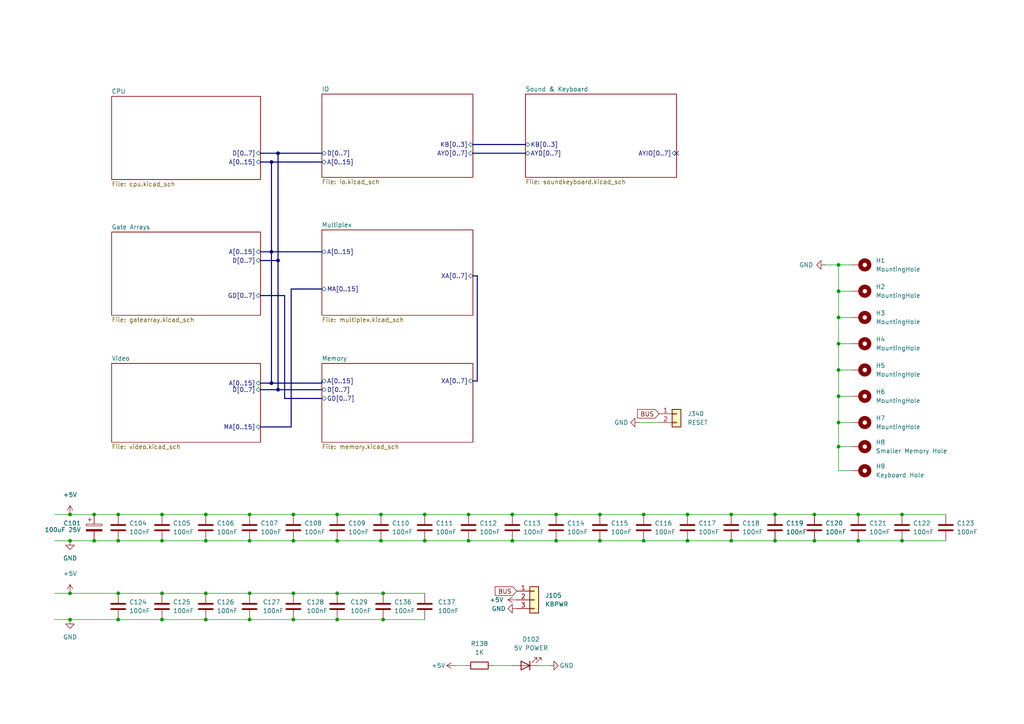
<source format=kicad_sch>
(kicad_sch (version 20230121) (generator eeschema)
  (paper "A4")
  (lib_symbols
    (symbol "Connector_Generic:Conn_01x02" (pin_names (offset 1.016) hide)
      (property "Reference" "J" (at 0 2.54 0))
      (property "Value" "Conn_01x02" (at 0 -5.08 0))
      (symbol "Conn_01x02_1_1"
        (rectangle (start -1.27 -2.413) (end 0 -2.667) (stroke (width 0.1524)))
        (rectangle (start -1.27 0.127) (end 0 -0.127) (stroke (width 0.1524)))
        (rectangle (start -1.27 1.27) (end 1.27 -3.81) (stroke (width 0.254)) (fill (type background)))
        (pin passive line (at -5.08 0 0) (length 3.81) (name "Pin_1") (number "1"))
        (pin passive line (at -5.08 -2.54 0) (length 3.81) (name "Pin_2") (number "2"))
      )
    )
    (symbol "Connector_Generic:Conn_01x03" (pin_names (offset 1.016) hide)
      (property "Reference" "J" (at 0 5.08 0))
      (property "Value" "Conn_01x03" (at 0 -5.08 0))
      (symbol "Conn_01x03_1_1"
        (rectangle (start -1.27 -2.413) (end 0 -2.667) (stroke (width 0.1524)))
        (rectangle (start -1.27 0.127) (end 0 -0.127) (stroke (width 0.1524)))
        (rectangle (start -1.27 2.667) (end 0 2.413) (stroke (width 0.1524)))
        (rectangle (start -1.27 3.81) (end 1.27 -3.81) (stroke (width 0.254)) (fill (type background)))
        (pin passive line (at -5.08 2.54 0) (length 3.81) (name "Pin_1") (number "1"))
        (pin passive line (at -5.08 0 0) (length 3.81) (name "Pin_2") (number "2"))
        (pin passive line (at -5.08 -2.54 0) (length 3.81) (name "Pin_3") (number "3"))
      )
    )
    (symbol "Device:C" (pin_numbers hide) (pin_names (offset 0.254))
      (property "Reference" "C" (at 0.635 2.54 0))
      (property "Value" "C" (at 0.635 -2.54 0))
      (symbol "C_0_1"
        (polyline (pts (xy -2.032 -0.762) (xy 2.032 -0.762)) (stroke (width 0.508)))
        (polyline (pts (xy -2.032 0.762) (xy 2.032 0.762)) (stroke (width 0.508)))
      )
      (symbol "C_1_1"
        (pin passive line (at 0 3.81 270) (length 2.794) (name "~") (number "1"))
        (pin passive line (at 0 -3.81 90) (length 2.794) (name "~") (number "2"))
      )
    )
    (symbol "Device:C_Polarized" (pin_numbers hide) (pin_names (offset 0.254))
      (property "Reference" "C" (at 0.635 2.54 0))
      (property "Value" "C_Polarized" (at 0.635 -2.54 0))
      (symbol "C_Polarized_0_1"
        (rectangle (start -2.286 0.508) (end 2.286 1.016))
        (polyline (pts (xy -1.778 2.286) (xy -0.762 2.286)))
        (polyline (pts (xy -1.27 2.794) (xy -1.27 1.778)))
        (rectangle (start 2.286 -0.508) (end -2.286 -1.016) (fill (type outline)))
      )
      (symbol "C_Polarized_1_1"
        (pin passive line (at 0 3.81 270) (length 2.794) (name "~") (number "1"))
        (pin passive line (at 0 -3.81 90) (length 2.794) (name "~") (number "2"))
      )
    )
    (symbol "Device:LED" (pin_numbers hide) (pin_names (offset 1.016) hide)
      (property "Reference" "D" (at 0 2.54 0))
      (property "Value" "LED" (at 0 -2.54 0))
      (symbol "LED_0_1"
        (polyline (pts (xy -1.27 -1.27) (xy -1.27 1.27)) (stroke (width 0.254)))
        (polyline (pts (xy -1.27 0) (xy 1.27 0)))
        (polyline (pts (xy 1.27 -1.27) (xy 1.27 1.27) (xy -1.27 0) (xy 1.27 -1.27)) (stroke (width 0.254)))
        (polyline (pts (xy -3.048 -0.762) (xy -4.572 -2.286) (xy -3.81 -2.286) (xy -4.572 -2.286) (xy -4.572 -1.524)))
        (polyline (pts (xy -1.778 -0.762) (xy -3.302 -2.286) (xy -2.54 -2.286) (xy -3.302 -2.286) (xy -3.302 -1.524)))
      )
      (symbol "LED_1_1"
        (pin passive line (at -3.81 0 0) (length 2.54) (name "K") (number "1"))
        (pin passive line (at 3.81 0 180) (length 2.54) (name "A") (number "2"))
      )
    )
    (symbol "Device:R" (pin_numbers hide) (pin_names (offset 0))
      (property "Reference" "R" (at 2.032 0 90))
      (property "Value" "R" (at 0 0 90))
      (symbol "R_0_1"
        (rectangle (start -1.016 -2.54) (end 1.016 2.54) (stroke (width 0.254)))
      )
      (symbol "R_1_1"
        (pin passive line (at 0 3.81 270) (length 1.27) (name "~") (number "1"))
        (pin passive line (at 0 -3.81 90) (length 1.27) (name "~") (number "2"))
      )
    )
    (symbol "Mechanical:MountingHole_Pad" (pin_numbers hide) (pin_names (offset 1.016) hide)
      (property "Reference" "H" (at 0 6.35 0))
      (property "Value" "MountingHole_Pad" (at 0 4.445 0))
      (symbol "MountingHole_Pad_0_1"
        (circle (center 0 1.27) (radius 1.27) (stroke (width 1.27)))
      )
      (symbol "MountingHole_Pad_1_1"
        (pin input line (at 0 -2.54 90) (length 2.54) (name "1") (number "1"))
      )
    )
    (symbol "power:+5V" (power) (pin_names (offset 0))
      (property "Value" "+5V" (at 0 3.556 0))
      (symbol "+5V_0_1"
        (polyline (pts (xy -0.762 1.27) (xy 0 2.54)))
        (polyline (pts (xy 0 0) (xy 0 2.54)))
        (polyline (pts (xy 0 2.54) (xy 0.762 1.27)))
      )
      (symbol "+5V_1_1"
        (pin power_in line (at 0 0 90) (length 0) hide (name "+5V") (number "1"))
      )
    )
    (symbol "power:GND" (power) (pin_names (offset 0))
      (property "Value" "GND" (at 0 -3.81 0))
      (symbol "GND_0_1"
        (polyline (pts (xy 0 0) (xy 0 -1.27) (xy 1.27 -1.27) (xy 0 -2.54) (xy -1.27 -1.27) (xy 0 -1.27)))
      )
      (symbol "GND_1_1"
        (pin power_in line (at 0 0 270) (length 0) hide (name "GND") (number "1"))
      )
    )
  )
  (junction (at 243.205 114.935))
  (junction (at 236.22 149.225))
  (junction (at 135.89 149.225))
  (junction (at 212.09 156.845))
  (junction (at 34.29 149.225))
  (junction (at 72.39 156.845))
  (junction (at 236.22 156.845))
  (junction (at 243.205 122.555))
  (junction (at 186.69 156.845))
  (junction (at 224.79 156.845))
  (junction (at 20.32 156.845))
  (junction (at 27.305 156.845))
  (junction (at 199.39 156.845))
  (junction (at 46.99 179.705))
  (junction (at 97.79 172.085))
  (junction (at 85.09 149.225))
  (junction (at 20.32 179.705))
  (junction (at 123.19 156.845))
  (junction (at 111.125 172.085))
  (junction (at 173.99 156.845))
  (junction (at 243.205 107.315))
  (junction (at 224.79 149.225))
  (junction (at 34.29 179.705))
  (junction (at 261.62 156.845))
  (junction (at 110.49 149.225))
  (junction (at 135.89 156.845))
  (junction (at 80.645 113.03))
  (junction (at 85.09 156.845))
  (junction (at 46.99 172.085))
  (junction (at 72.39 149.225))
  (junction (at 243.205 76.835))
  (junction (at 85.09 179.705))
  (junction (at 248.92 149.225))
  (junction (at 243.205 99.695))
  (junction (at 161.29 149.225))
  (junction (at 34.29 156.845))
  (junction (at 80.645 75.565))
  (junction (at 148.59 149.225))
  (junction (at 161.29 156.845))
  (junction (at 212.09 149.225))
  (junction (at 72.39 172.085))
  (junction (at 27.305 149.225))
  (junction (at 34.29 172.085))
  (junction (at 97.79 179.705))
  (junction (at 59.69 149.225))
  (junction (at 46.99 156.845))
  (junction (at 243.205 84.455))
  (junction (at 72.39 179.705))
  (junction (at 110.49 156.845))
  (junction (at 20.32 172.085))
  (junction (at 59.69 156.845))
  (junction (at 97.79 149.225))
  (junction (at 261.62 149.225))
  (junction (at 173.99 149.225))
  (junction (at 20.32 149.225))
  (junction (at 199.39 149.225))
  (junction (at 186.69 149.225))
  (junction (at 46.99 149.225))
  (junction (at 59.69 179.705))
  (junction (at 123.19 149.225))
  (junction (at 78.74 111.125))
  (junction (at 243.205 129.54))
  (junction (at 78.74 46.99))
  (junction (at 97.79 156.845))
  (junction (at 85.09 172.085))
  (junction (at 148.59 156.845))
  (junction (at 111.125 179.705))
  (junction (at 80.645 44.45))
  (junction (at 59.69 172.085))
  (junction (at 243.205 92.075))
  (junction (at 78.74 73.025))
  (junction (at 248.92 156.845))
  (no_connect (at 196.215 44.45))
  (bus (pts (xy 80.645 113.03) (xy 93.345 113.03)))
  (wire (pts (xy 123.19 156.845) (xy 135.89 156.845)))
  (bus (pts (xy 137.16 41.91) (xy 152.4 41.91)))
  (bus (pts (xy 75.565 73.025) (xy 78.74 73.025)))
  (wire (pts (xy 34.29 156.845) (xy 46.99 156.845)))
  (wire (pts (xy 72.39 156.845) (xy 85.09 156.845)))
  (wire (pts (xy 59.69 179.705) (xy 72.39 179.705)))
  (wire (pts (xy 142.875 193.04) (xy 148.59 193.04)))
  (bus (pts (xy 137.16 80.01) (xy 138.43 80.01)))
  (bus (pts (xy 78.74 73.025) (xy 93.345 73.025)))
  (wire (pts (xy 239.395 76.835) (xy 243.205 76.835)))
  (wire (pts (xy 243.205 92.075) (xy 247.015 92.075)))
  (bus (pts (xy 75.565 75.565) (xy 80.645 75.565)))
  (wire (pts (xy 34.29 149.225) (xy 46.99 149.225)))
  (wire (pts (xy 111.125 172.085) (xy 123.19 172.085)))
  (wire (pts (xy 243.205 129.54) (xy 243.205 122.555)))
  (wire (pts (xy 243.205 92.075) (xy 243.205 99.695)))
  (bus (pts (xy 78.74 111.125) (xy 93.345 111.125)))
  (wire (pts (xy 135.89 156.845) (xy 148.59 156.845)))
  (bus (pts (xy 75.565 123.825) (xy 84.455 123.825)))
  (wire (pts (xy 186.69 156.845) (xy 199.39 156.845)))
  (bus (pts (xy 138.43 110.49) (xy 137.16 110.49)))
  (wire (pts (xy 243.205 107.315) (xy 243.205 114.935)))
  (bus (pts (xy 84.455 83.82) (xy 84.455 123.825)))
  (wire (pts (xy 156.21 193.04) (xy 159.385 193.04)))
  (wire (pts (xy 15.875 179.705) (xy 20.32 179.705)))
  (bus (pts (xy 93.345 115.57) (xy 82.55 115.57)))
  (wire (pts (xy 243.205 76.835) (xy 247.015 76.835)))
  (wire (pts (xy 243.205 99.695) (xy 243.205 107.315)))
  (wire (pts (xy 15.875 172.085) (xy 20.32 172.085)))
  (wire (pts (xy 85.09 156.845) (xy 97.79 156.845)))
  (wire (pts (xy 110.49 149.225) (xy 123.19 149.225)))
  (wire (pts (xy 20.32 149.225) (xy 27.305 149.225)))
  (wire (pts (xy 236.22 156.845) (xy 248.92 156.845)))
  (wire (pts (xy 46.99 179.705) (xy 59.69 179.705)))
  (wire (pts (xy 97.79 179.705) (xy 111.125 179.705)))
  (wire (pts (xy 34.29 179.705) (xy 46.99 179.705)))
  (wire (pts (xy 15.875 156.845) (xy 20.32 156.845)))
  (wire (pts (xy 135.89 149.225) (xy 148.59 149.225)))
  (bus (pts (xy 78.74 46.99) (xy 78.74 73.025)))
  (wire (pts (xy 20.32 156.845) (xy 27.305 156.845)))
  (wire (pts (xy 161.29 149.225) (xy 173.99 149.225)))
  (bus (pts (xy 138.43 80.01) (xy 138.43 110.49)))
  (wire (pts (xy 261.62 149.225) (xy 274.32 149.225)))
  (wire (pts (xy 236.22 149.225) (xy 248.92 149.225)))
  (bus (pts (xy 80.645 75.565) (xy 80.645 113.03)))
  (wire (pts (xy 27.305 156.845) (xy 34.29 156.845)))
  (wire (pts (xy 46.99 149.225) (xy 59.69 149.225)))
  (wire (pts (xy 85.09 149.225) (xy 97.79 149.225)))
  (wire (pts (xy 135.255 193.04) (xy 132.08 193.04)))
  (wire (pts (xy 243.205 114.935) (xy 247.015 114.935)))
  (bus (pts (xy 75.565 113.03) (xy 80.645 113.03)))
  (wire (pts (xy 261.62 156.845) (xy 274.32 156.845)))
  (wire (pts (xy 199.39 149.225) (xy 212.09 149.225)))
  (wire (pts (xy 97.79 149.225) (xy 110.49 149.225)))
  (bus (pts (xy 82.55 115.57) (xy 82.55 85.725)))
  (wire (pts (xy 111.125 179.705) (xy 123.19 179.705)))
  (wire (pts (xy 186.69 149.225) (xy 199.39 149.225)))
  (wire (pts (xy 173.99 156.845) (xy 186.69 156.845)))
  (bus (pts (xy 78.74 111.125) (xy 75.565 111.125)))
  (wire (pts (xy 173.99 149.225) (xy 186.69 149.225)))
  (wire (pts (xy 248.92 149.225) (xy 261.62 149.225)))
  (bus (pts (xy 80.645 75.565) (xy 80.645 44.45)))
  (wire (pts (xy 97.79 172.085) (xy 111.125 172.085)))
  (wire (pts (xy 27.305 149.225) (xy 34.29 149.225)))
  (wire (pts (xy 212.09 149.225) (xy 224.79 149.225)))
  (wire (pts (xy 85.09 172.085) (xy 97.79 172.085)))
  (bus (pts (xy 93.345 111.125) (xy 93.345 110.49)))
  (wire (pts (xy 123.19 149.225) (xy 135.89 149.225)))
  (bus (pts (xy 93.345 83.82) (xy 84.455 83.82)))
  (wire (pts (xy 46.99 172.085) (xy 59.69 172.085)))
  (wire (pts (xy 243.205 136.525) (xy 243.205 129.54)))
  (wire (pts (xy 20.32 179.705) (xy 34.29 179.705)))
  (wire (pts (xy 243.205 84.455) (xy 247.015 84.455)))
  (wire (pts (xy 148.59 156.845) (xy 161.29 156.845)))
  (bus (pts (xy 80.645 44.45) (xy 93.345 44.45)))
  (wire (pts (xy 72.39 179.705) (xy 85.09 179.705)))
  (bus (pts (xy 78.74 73.025) (xy 78.74 111.125)))
  (wire (pts (xy 248.92 156.845) (xy 261.62 156.845)))
  (wire (pts (xy 199.39 156.845) (xy 212.09 156.845)))
  (wire (pts (xy 72.39 149.225) (xy 85.09 149.225)))
  (wire (pts (xy 212.09 156.845) (xy 224.79 156.845)))
  (bus (pts (xy 137.16 44.45) (xy 152.4 44.45)))
  (wire (pts (xy 110.49 156.845) (xy 123.19 156.845)))
  (wire (pts (xy 161.29 156.845) (xy 173.99 156.845)))
  (wire (pts (xy 243.205 122.555) (xy 247.015 122.555)))
  (wire (pts (xy 97.79 156.845) (xy 110.49 156.845)))
  (wire (pts (xy 85.09 179.705) (xy 97.79 179.705)))
  (wire (pts (xy 243.205 107.315) (xy 247.015 107.315)))
  (wire (pts (xy 224.79 156.845) (xy 236.22 156.845)))
  (wire (pts (xy 20.32 172.085) (xy 34.29 172.085)))
  (wire (pts (xy 148.59 149.225) (xy 161.29 149.225)))
  (wire (pts (xy 243.205 114.935) (xy 243.205 122.555)))
  (wire (pts (xy 247.015 136.525) (xy 243.205 136.525)))
  (bus (pts (xy 75.565 85.725) (xy 82.55 85.725)))
  (wire (pts (xy 15.875 149.225) (xy 20.32 149.225)))
  (wire (pts (xy 185.42 122.555) (xy 191.135 122.555)))
  (wire (pts (xy 243.205 76.835) (xy 243.205 84.455)))
  (bus (pts (xy 75.565 44.45) (xy 80.645 44.45)))
  (wire (pts (xy 34.29 172.085) (xy 46.99 172.085)))
  (bus (pts (xy 75.565 46.99) (xy 78.74 46.99)))
  (wire (pts (xy 59.69 172.085) (xy 72.39 172.085)))
  (bus (pts (xy 78.74 46.99) (xy 93.345 46.99)))
  (wire (pts (xy 72.39 172.085) (xy 85.09 172.085)))
  (wire (pts (xy 59.69 149.225) (xy 72.39 149.225)))
  (wire (pts (xy 243.205 84.455) (xy 243.205 92.075)))
  (wire (pts (xy 46.99 156.845) (xy 59.69 156.845)))
  (wire (pts (xy 59.69 156.845) (xy 72.39 156.845)))
  (wire (pts (xy 224.79 149.225) (xy 236.22 149.225)))
  (wire (pts (xy 243.205 99.695) (xy 247.015 99.695)))
  (wire (pts (xy 247.015 129.54) (xy 243.205 129.54)))
  (global_label "BUS" (shape input) (at 149.86 171.45 180) (property "Intersheetrefs" "${INTERSHEET_REFS}" (effects hide)))
  (global_label "BUS" (shape input) (at 191.135 120.015 180) (property "Intersheetrefs" "${INTERSHEET_REFS}" (effects hide)))
  (symbol (lib_id "power:GND") (at 159.385 193.04 90) (unit 1)
    (property "Reference" "#PWR0208" (effects hide))
    (property "Value" "GND" (at 166.37 193.04 90) (effects (justify left)))
  )
  (symbol (lib_id "power:GND") (at 239.395 76.835 270) (unit 1)
    (property "Reference" "#PWR0140" (effects hide))
    (property "Value" "GND" (at 231.775 76.835 90) (effects (justify left)))
  )
  (symbol (lib_id "Device:C") (at 173.99 153.035 0) (unit 1)
    (property "Reference" "C115" (at 177.165 151.7649 0) (effects (justify left)))
    (property "Value" "100nF" (at 177.165 154.3049 0) (effects (justify left)))
    (property "Footprint" "Capacitor_SMD:C_0805_2012Metric" (effects hide))
    (property "LCSC" "C49678" (effects hide))
  )
  (symbol (lib_id "power:+5V") (at 20.32 149.225 0) (unit 1)
    (property "Reference" "#PWR0119" (effects hide))
    (property "Value" "+5V" (at 20.32 143.51 0))
  )
  (symbol (lib_id "Device:C") (at 46.99 175.895 0) (unit 1)
    (property "Reference" "C125" (at 50.165 174.6249 0) (effects (justify left)))
    (property "Value" "100nF" (at 50.165 177.1649 0) (effects (justify left)))
    (property "Footprint" "Capacitor_SMD:C_0805_2012Metric" (effects hide))
    (property "LCSC" "C49678" (effects hide))
  )
  (symbol (lib_id "Mechanical:MountingHole_Pad") (at 249.555 136.525 270) (unit 1)
    (property "Reference" "H9" (at 254 135.2549 90) (effects (justify left)))
    (property "Value" "Keyboard Hole" (at 254 137.7949 90) (effects (justify left)))
    (property "Footprint" "MountingHole:MountingHole_2.7mm_M2.5_ISO14580_Pad" (effects hide))
  )
  (symbol (lib_id "Device:C") (at 110.49 153.035 0) (unit 1)
    (property "Reference" "C110" (at 113.665 151.7649 0) (effects (justify left)))
    (property "Value" "100nF" (at 113.665 154.3049 0) (effects (justify left)))
    (property "Footprint" "Capacitor_SMD:C_0805_2012Metric" (effects hide))
    (property "LCSC" "C49678" (effects hide))
  )
  (symbol (lib_id "Mechanical:MountingHole_Pad") (at 249.555 122.555 270) (unit 1)
    (property "Reference" "H7" (at 254 121.2849 90) (effects (justify left)))
    (property "Value" "MountingHole" (at 254 123.8249 90) (effects (justify left)))
    (property "Footprint" "MountingHole:MountingHole_2.7mm_M2.5_ISO14580_Pad" (effects hide))
  )
  (symbol (lib_id "power:GND") (at 149.86 176.53 270) (mirror x) (unit 1)
    (property "Reference" "#PWR0124" (effects hide))
    (property "Value" "GND" (at 146.685 176.5299 90) (effects (justify right)))
  )
  (symbol (lib_id "Device:C") (at 236.22 153.035 0) (unit 1)
    (property "Reference" "C120" (at 239.395 151.7649 0) (effects (justify left)))
    (property "Value" "100nF" (at 239.395 154.3049 0) (effects (justify left)))
    (property "Footprint" "Capacitor_SMD:C_0805_2012Metric" (effects hide))
    (property "LCSC" "C49678" (effects hide))
  )
  (symbol (lib_id "Device:C") (at 161.29 153.035 0) (unit 1)
    (property "Reference" "C114" (at 164.465 151.7649 0) (effects (justify left)))
    (property "Value" "100nF" (at 164.465 154.3049 0) (effects (justify left)))
    (property "Footprint" "Capacitor_SMD:C_0805_2012Metric" (effects hide))
    (property "LCSC" "C49678" (effects hide))
  )
  (symbol (lib_id "Device:C") (at 72.39 175.895 0) (unit 1)
    (property "Reference" "C127" (at 76.2 174.6249 0) (effects (justify left)))
    (property "Value" "100nF" (at 76.2 177.1649 0) (effects (justify left)))
    (property "Footprint" "Capacitor_SMD:C_0805_2012Metric" (effects hide))
    (property "LCSC" "C49678" (effects hide))
  )
  (symbol (lib_id "power:+5V") (at 20.32 172.085 0) (unit 1)
    (property "Reference" "#PWR0117" (effects hide))
    (property "Value" "+5V" (at 20.32 166.37 0))
  )
  (symbol (lib_id "Device:C") (at 212.09 153.035 0) (unit 1) (on_board no)
    (property "Reference" "C118" (at 215.265 151.7649 0) (effects (justify left)))
    (property "Value" "100nF" (at 215.265 154.3049 0) (effects (justify left)))
    (property "Footprint" "Capacitor_SMD:C_0805_2012Metric" (effects hide))
    (property "LCSC" "C49678" (effects hide))
  )
  (symbol (lib_id "Mechanical:MountingHole_Pad") (at 249.555 92.075 270) (unit 1)
    (property "Reference" "H3" (at 254 90.8049 90) (effects (justify left)))
    (property "Value" "MountingHole" (at 254 93.3449 90) (effects (justify left)))
    (property "Footprint" "MountingHole:MountingHole_2.7mm_M2.5_ISO14580_Pad" (effects hide))
  )
  (symbol (lib_id "Mechanical:MountingHole_Pad") (at 249.555 84.455 270) (unit 1)
    (property "Reference" "H2" (at 254 83.1849 90) (effects (justify left)))
    (property "Value" "MountingHole" (at 254 85.7249 90) (effects (justify left)))
    (property "Footprint" "MountingHole:MountingHole_2.7mm_M2.5_ISO14580_Pad" (effects hide))
  )
  (symbol (lib_id "Device:C") (at 224.79 153.035 0) (unit 1)
    (property "Reference" "C119" (at 227.965 151.7649 0) (effects (justify left)))
    (property "Value" "100nF" (at 227.965 154.3049 0) (effects (justify left)))
    (property "Footprint" "Capacitor_SMD:C_0805_2012Metric" (effects hide))
    (property "LCSC" "C49678" (effects hide))
  )
  (symbol (lib_id "Device:C") (at 97.79 153.035 0) (unit 1)
    (property "Reference" "C109" (at 100.965 151.7649 0) (effects (justify left)))
    (property "Value" "100nF" (at 100.965 154.3049 0) (effects (justify left)))
    (property "Footprint" "Capacitor_SMD:C_0805_2012Metric" (effects hide))
    (property "LCSC" "C49678" (effects hide))
  )
  (symbol (lib_id "Connector_Generic:Conn_01x03") (at 154.94 173.99 0) (unit 1)
    (property "Reference" "J105" (at 158.115 172.7199 0) (effects (justify left)))
    (property "Value" "KBPWR" (at 158.115 175.2599 0) (effects (justify left)))
    (property "Footprint" "Connector_PinHeader_2.54mm:PinHeader_1x03_P2.54mm_Vertical" (effects hide))
  )
  (symbol (lib_id "power:+5V") (at 132.08 193.04 90) (unit 1)
    (property "Reference" "#PWR0207" (effects hide))
    (property "Value" "+5V" (at 125.095 193.04 90) (effects (justify right)))
  )
  (symbol (lib_id "power:GND") (at 20.32 156.845 0) (unit 1)
    (property "Reference" "#PWR0116" (effects hide))
    (property "Value" "GND" (at 20.32 161.925 0))
  )
  (symbol (lib_id "Device:C") (at 123.19 175.895 0) (unit 1)
    (property "Reference" "C137" (at 127 174.6249 0) (effects (justify left)))
    (property "Value" "100nF" (at 127 177.1649 0) (effects (justify left)))
    (property "Footprint" "Capacitor_SMD:C_0805_2012Metric" (effects hide))
    (property "LCSC" "C49678" (effects hide))
  )
  (symbol (lib_id "Device:C_Polarized") (at 27.305 153.035 0) (unit 1)
    (property "Reference" "C101" (at 23.495 151.765 0) (effects (justify right)))
    (property "Value" "100uF 25V" (at 23.495 153.67 0) (effects (justify right)))
    (property "Footprint" "Capacitor_THT:CP_Radial_D5.0mm_P2.50mm" (effects hide))
  )
  (symbol (lib_id "Mechanical:MountingHole_Pad") (at 249.555 129.54 270) (unit 1)
    (property "Reference" "H8" (at 254 128.2699 90) (effects (justify left)))
    (property "Value" "Smaller Memory Hole" (at 254 130.8099 90) (effects (justify left)))
    (property "Footprint" "MountingHole:MountingHole_2.2mm_M2_DIN965_Pad" (effects hide))
  )
  (symbol (lib_id "Mechanical:MountingHole_Pad") (at 249.555 76.835 270) (unit 1)
    (property "Reference" "H1" (at 254 75.5649 90) (effects (justify left)))
    (property "Value" "MountingHole" (at 254 78.1049 90) (effects (justify left)))
    (property "Footprint" "MountingHole:MountingHole_2.7mm_M2.5_ISO14580_Pad" (effects hide))
  )
  (symbol (lib_id "Device:C") (at 199.39 153.035 0) (unit 1)
    (property "Reference" "C117" (at 202.565 151.7649 0) (effects (justify left)))
    (property "Value" "100nF" (at 202.565 154.3049 0) (effects (justify left)))
    (property "Footprint" "Capacitor_SMD:C_0805_2012Metric" (effects hide))
    (property "LCSC" "C49678" (effects hide))
  )
  (symbol (lib_id "Device:C") (at 123.19 153.035 0) (unit 1)
    (property "Reference" "C111" (at 126.365 151.7649 0) (effects (justify left)))
    (property "Value" "100nF" (at 126.365 154.3049 0) (effects (justify left)))
    (property "Footprint" "Capacitor_SMD:C_0805_2012Metric" (effects hide))
    (property "LCSC" "C49678" (effects hide))
  )
  (symbol (lib_id "Device:C") (at 135.89 153.035 0) (unit 1)
    (property "Reference" "C112" (at 139.065 151.7649 0) (effects (justify left)))
    (property "Value" "100nF" (at 139.065 154.3049 0) (effects (justify left)))
    (property "Footprint" "Capacitor_SMD:C_0805_2012Metric" (effects hide))
    (property "LCSC" "C49678" (effects hide))
  )
  (symbol (lib_id "Mechanical:MountingHole_Pad") (at 249.555 107.315 270) (unit 1)
    (property "Reference" "H5" (at 254 106.0449 90) (effects (justify left)))
    (property "Value" "MountingHole" (at 254 108.5849 90) (effects (justify left)))
    (property "Footprint" "MountingHole:MountingHole_2.7mm_M2.5_ISO14580_Pad" (effects hide))
  )
  (symbol (lib_id "Mechanical:MountingHole_Pad") (at 249.555 99.695 270) (unit 1)
    (property "Reference" "H4" (at 254 98.4249 90) (effects (justify left)))
    (property "Value" "MountingHole" (at 254 100.9649 90) (effects (justify left)))
    (property "Footprint" "MountingHole:MountingHole_2.7mm_M2.5_ISO14580_Pad" (effects hide))
  )
  (symbol (lib_id "Device:C") (at 248.92 153.035 0) (unit 1)
    (property "Reference" "C121" (at 252.095 151.7649 0) (effects (justify left)))
    (property "Value" "100nF" (at 252.095 154.3049 0) (effects (justify left)))
    (property "Footprint" "Capacitor_SMD:C_0805_2012Metric" (effects hide))
    (property "LCSC" "C49678" (effects hide))
  )
  (symbol (lib_id "Device:C") (at 111.125 175.895 0) (unit 1)
    (property "Reference" "C136" (at 114.3 174.6249 0) (effects (justify left)))
    (property "Value" "100nF" (at 114.3 177.1649 0) (effects (justify left)))
    (property "Footprint" "Capacitor_SMD:C_0805_2012Metric" (effects hide))
    (property "LCSC" "C49678" (effects hide))
  )
  (symbol (lib_id "Device:C") (at 186.69 153.035 0) (unit 1)
    (property "Reference" "C116" (at 189.865 151.7649 0) (effects (justify left)))
    (property "Value" "100nF" (at 189.865 154.3049 0) (effects (justify left)))
    (property "Footprint" "Capacitor_SMD:C_0805_2012Metric" (effects hide))
    (property "LCSC" "C49678" (effects hide))
  )
  (symbol (lib_id "Device:C") (at 34.29 153.035 0) (unit 1)
    (property "Reference" "C104" (at 37.465 151.7649 0) (effects (justify left)))
    (property "Value" "100nF" (at 37.465 154.3049 0) (effects (justify left)))
    (property "Footprint" "Capacitor_SMD:C_0805_2012Metric" (effects hide))
    (property "LCSC" "C49678" (effects hide))
  )
  (symbol (lib_id "Device:LED") (at 152.4 193.04 180) (unit 1)
    (property "Reference" "D102" (at 153.9875 185.42 0))
    (property "Value" "5V POWER" (at 153.9875 187.96 0))
    (property "Footprint" "LED_SMD:LED_1206_3216Metric" (effects hide))
  )
  (symbol (lib_id "Device:C") (at 261.62 153.035 0) (unit 1)
    (property "Reference" "C122" (at 264.795 151.7649 0) (effects (justify left)))
    (property "Value" "100nF" (at 264.795 154.3049 0) (effects (justify left)))
    (property "Footprint" "Capacitor_SMD:C_0805_2012Metric" (effects hide))
    (property "LCSC" "C49678" (effects hide))
  )
  (symbol (lib_id "Device:C") (at 85.09 175.895 0) (unit 1)
    (property "Reference" "C128" (at 88.9 174.6249 0) (effects (justify left)))
    (property "Value" "100nF" (at 88.9 177.1649 0) (effects (justify left)))
    (property "Footprint" "Capacitor_SMD:C_0805_2012Metric" (effects hide))
    (property "LCSC" "C49678" (effects hide))
  )
  (symbol (lib_id "power:+5V") (at 149.86 173.99 90) (mirror x) (unit 1)
    (property "Reference" "#PWR0126" (effects hide))
    (property "Value" "+5V" (at 146.05 173.9899 90) (effects (justify left)))
  )
  (symbol (lib_id "power:GND") (at 20.32 179.705 0) (unit 1)
    (property "Reference" "#PWR0118" (effects hide))
    (property "Value" "GND" (at 20.32 184.785 0))
  )
  (symbol (lib_id "Device:C") (at 85.09 153.035 0) (unit 1)
    (property "Reference" "C108" (at 88.265 151.7649 0) (effects (justify left)))
    (property "Value" "100nF" (at 88.265 154.3049 0) (effects (justify left)))
    (property "Footprint" "Capacitor_SMD:C_0805_2012Metric" (effects hide))
    (property "LCSC" "C49678" (effects hide))
  )
  (symbol (lib_id "Device:C") (at 274.32 153.035 0) (unit 1)
    (property "Reference" "C123" (at 277.495 151.7649 0) (effects (justify left)))
    (property "Value" "100nF" (at 277.495 154.3049 0) (effects (justify left)))
    (property "Footprint" "Capacitor_SMD:C_0805_2012Metric" (effects hide))
    (property "LCSC" "C49678" (effects hide))
  )
  (symbol (lib_id "Mechanical:MountingHole_Pad") (at 249.555 114.935 270) (unit 1)
    (property "Reference" "H6" (at 254 113.6649 90) (effects (justify left)))
    (property "Value" "MountingHole" (at 254 116.2049 90) (effects (justify left)))
    (property "Footprint" "MountingHole:MountingHole_2.7mm_M2.5_ISO14580_Pad" (effects hide))
  )
  (symbol (lib_id "Device:C") (at 97.79 175.895 0) (unit 1)
    (property "Reference" "C129" (at 101.6 174.6249 0) (effects (justify left)))
    (property "Value" "100nF" (at 101.6 177.1649 0) (effects (justify left)))
    (property "Footprint" "Capacitor_SMD:C_0805_2012Metric" (effects hide))
    (property "LCSC" "C49678" (effects hide))
  )
  (symbol (lib_id "Device:C") (at 72.39 153.035 0) (unit 1)
    (property "Reference" "C107" (at 75.565 151.7649 0) (effects (justify left)))
    (property "Value" "100nF" (at 75.565 154.3049 0) (effects (justify left)))
    (property "Footprint" "Capacitor_SMD:C_0805_2012Metric" (effects hide))
    (property "LCSC" "C49678" (effects hide))
  )
  (symbol (lib_id "Device:R") (at 139.065 193.04 270) (mirror x) (unit 1)
    (property "Reference" "R138" (at 139.065 186.69 90))
    (property "Value" "1K" (at 139.065 189.23 90))
    (property "Footprint" "Resistor_SMD:R_0805_2012Metric" (effects hide))
  )
  (symbol (lib_id "Device:C") (at 46.99 153.035 0) (unit 1)
    (property "Reference" "C105" (at 50.165 151.7649 0) (effects (justify left)))
    (property "Value" "100nF" (at 50.165 154.3049 0) (effects (justify left)))
    (property "Footprint" "Capacitor_SMD:C_0805_2012Metric" (effects hide))
    (property "LCSC" "C49678" (effects hide))
  )
  (symbol (lib_id "Device:C") (at 59.69 175.895 0) (unit 1)
    (property "Reference" "C126" (at 62.865 174.6249 0) (effects (justify left)))
    (property "Value" "100nF" (at 62.865 177.1649 0) (effects (justify left)))
    (property "Footprint" "Capacitor_SMD:C_0805_2012Metric" (effects hide))
    (property "LCSC" "C49678" (effects hide))
  )
  (symbol (lib_id "Device:C") (at 59.69 153.035 0) (unit 1)
    (property "Reference" "C106" (at 62.865 151.7649 0) (effects (justify left)))
    (property "Value" "100nF" (at 62.865 154.3049 0) (effects (justify left)))
    (property "Footprint" "Capacitor_SMD:C_0805_2012Metric" (effects hide))
    (property "LCSC" "C49678" (effects hide))
  )
  (symbol (lib_id "Device:C") (at 34.29 175.895 0) (unit 1)
    (property "Reference" "C124" (at 37.465 174.6249 0) (effects (justify left)))
    (property "Value" "100nF" (at 37.465 177.1649 0) (effects (justify left)))
    (property "Footprint" "Capacitor_SMD:C_0805_2012Metric" (effects hide))
    (property "LCSC" "C49678" (effects hide))
  )
  (symbol (lib_id "power:GND") (at 185.42 122.555 270) (mirror x) (unit 1)
    (property "Reference" "#PWR0221" (effects hide))
    (property "Value" "GND" (at 182.245 122.5549 90) (effects (justify right)))
  )
  (symbol (lib_id "Device:C") (at 148.59 153.035 0) (unit 1)
    (property "Reference" "C113" (at 151.765 151.7649 0) (effects (justify left)))
    (property "Value" "100nF" (at 151.765 154.3049 0) (effects (justify left)))
    (property "Footprint" "Capacitor_SMD:C_0805_2012Metric" (effects hide))
    (property "LCSC" "C49678" (effects hide))
  )
  (symbol (lib_id "Connector_Generic:Conn_01x02") (at 196.215 120.015 0) (unit 1)
    (property "Reference" "J340" (at 199.39 120.0149 0) (effects (justify left)))
    (property "Value" "RESET" (at 199.39 122.5549 0) (effects (justify left)))
    (property "Footprint" "Connector_PinHeader_2.54mm:PinHeader_1x02_P2.54mm_Vertical" (effects hide))
  )
  (sheet (at 93.345 27.305) (size 43.815 24.13) (stroke (width 0.1524))
    (property "Sheetname" "IO" (at 93.345 26.5934 0) (effects (justify left bottom)))
    (property "Sheetfile" "io.kicad_sch" (at 93.345 52.0196 0) (effects (justify left top)))
    (pin "A[0..15]" bidirectional (at 93.345 46.99 180))
    (pin "D[0..7]" bidirectional (at 93.345 44.45 180))
    (pin "AYD[0..7]" bidirectional (at 137.16 44.45 0))
    (pin "KB[0..3]" bidirectional (at 137.16 41.91 0))
  )
  (sheet (at 32.385 105.41) (size 43.18 22.86) (stroke (width 0.1524))
    (property "Sheetname" "Video" (at 32.385 104.6984 0) (effects (justify left bottom)))
    (property "Sheetfile" "video.kicad_sch" (at 32.385 128.8546 0) (effects (justify left top)))
    (pin "MA[0..15]" bidirectional (at 75.565 123.825 0))
    (pin "A[0..15]" bidirectional (at 75.565 111.125 0))
    (pin "D[0..7]" bidirectional (at 75.565 113.03 0))
  )
  (sheet (at 32.385 67.31) (size 43.18 24.13) (stroke (width 0.1524))
    (property "Sheetname" "Gate Arrays" (at 32.385 66.5984 0) (effects (justify left bottom)))
    (property "Sheetfile" "gatearray.kicad_sch" (at 32.385 92.0246 0) (effects (justify left top)))
    (pin "A[0..15]" bidirectional (at 75.565 73.025 0))
    (pin "GD[0..7]" bidirectional (at 75.565 85.725 0))
    (pin "D[0..7]" bidirectional (at 75.565 75.565 0))
  )
  (sheet (at 32.385 27.94) (size 43.18 24.13) (stroke (width 0.1524))
    (property "Sheetname" "CPU" (at 32.385 27.2284 0) (effects (justify left bottom)))
    (property "Sheetfile" "cpu.kicad_sch" (at 32.385 52.6546 0) (effects (justify left top)))
    (pin "D[0..7]" bidirectional (at 75.565 44.45 0))
    (pin "A[0..15]" bidirectional (at 75.565 46.99 0))
  )
  (sheet (at 152.4 27.305) (size 43.815 24.13) (stroke (width 0.1524))
    (property "Sheetname" "Sound & Keyboard" (at 152.4 26.5934 0) (effects (justify left bottom)))
    (property "Sheetfile" "soundkeyboard.kicad_sch" (at 152.4 52.0196 0) (effects (justify left top)))
    (pin "AYD[0..7]" bidirectional (at 152.4 44.45 180))
    (pin "KB[0..3]" bidirectional (at 152.4 41.91 180))
    (pin "AYIO[0..7]" bidirectional (at 196.215 44.45 0))
  )
  (sheet (at 93.345 105.41) (size 43.815 22.86) (stroke (width 0.1524))
    (property "Sheetname" "Memory" (at 93.345 104.6984 0) (effects (justify left bottom)))
    (property "Sheetfile" "memory.kicad_sch" (at 93.345 128.8546 0) (effects (justify left top)))
    (pin "GD[0..7]" bidirectional (at 93.345 115.57 180))
    (pin "D[0..7]" bidirectional (at 93.345 113.03 180))
    (pin "A[0..15]" bidirectional (at 93.345 110.49 180))
    (pin "XA[0..7]" bidirectional (at 137.16 110.49 0))
  )
  (sheet (at 93.345 66.675) (size 43.815 24.765) (stroke (width 0.1524))
    (property "Sheetname" "Multiplex" (at 93.345 65.9634 0) (effects (justify left bottom)))
    (property "Sheetfile" "multiplex.kicad_sch" (at 93.345 92.0246 0) (effects (justify left top)))
    (pin "A[0..15]" bidirectional (at 93.345 73.025 180))
    (pin "XA[0..7]" bidirectional (at 137.16 80.01 0))
    (pin "MA[0..15]" bidirectional (at 93.345 83.82 180))
  )
)
</source>
